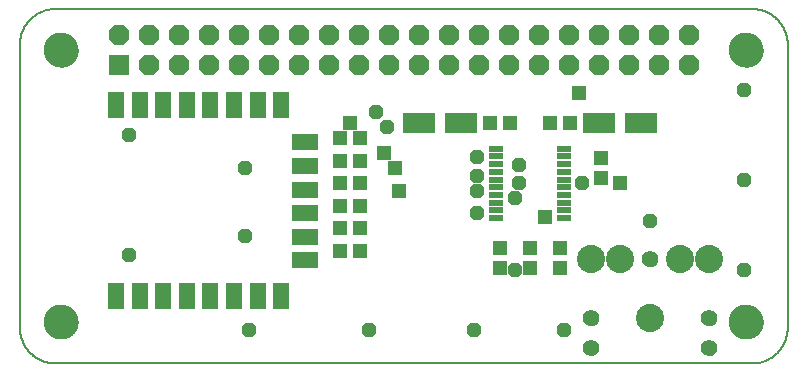
<source format=gts>
G75*
%MOIN*%
%OFA0B0*%
%FSLAX25Y25*%
%IPPOS*%
%LPD*%
%AMOC8*
5,1,8,0,0,1.08239X$1,22.5*
%
%ADD10C,0.00500*%
%ADD11C,0.00000*%
%ADD12C,0.11627*%
%ADD13R,0.06800X0.06800*%
%ADD14OC8,0.06800*%
%ADD15R,0.04700X0.02000*%
%ADD16R,0.05524X0.08674*%
%ADD17R,0.08674X0.05524*%
%ADD18C,0.09400*%
%ADD19C,0.05524*%
%ADD20R,0.04737X0.05131*%
%ADD21R,0.05131X0.04737*%
%ADD22R,0.11036X0.07099*%
%ADD23OC8,0.04762*%
%ADD24R,0.04762X0.04762*%
D10*
X0016811Y0011991D02*
X0249094Y0011991D01*
X0249379Y0011994D01*
X0249665Y0012005D01*
X0249950Y0012022D01*
X0250234Y0012046D01*
X0250518Y0012077D01*
X0250801Y0012115D01*
X0251082Y0012160D01*
X0251363Y0012211D01*
X0251643Y0012269D01*
X0251921Y0012334D01*
X0252197Y0012406D01*
X0252471Y0012484D01*
X0252744Y0012569D01*
X0253014Y0012661D01*
X0253282Y0012759D01*
X0253548Y0012863D01*
X0253811Y0012974D01*
X0254071Y0013091D01*
X0254329Y0013214D01*
X0254583Y0013344D01*
X0254834Y0013480D01*
X0255082Y0013621D01*
X0255326Y0013769D01*
X0255567Y0013922D01*
X0255803Y0014082D01*
X0256036Y0014247D01*
X0256265Y0014417D01*
X0256490Y0014593D01*
X0256710Y0014775D01*
X0256926Y0014961D01*
X0257137Y0015153D01*
X0257344Y0015350D01*
X0257546Y0015552D01*
X0257743Y0015759D01*
X0257935Y0015970D01*
X0258121Y0016186D01*
X0258303Y0016406D01*
X0258479Y0016631D01*
X0258649Y0016860D01*
X0258814Y0017093D01*
X0258974Y0017329D01*
X0259127Y0017570D01*
X0259275Y0017814D01*
X0259416Y0018062D01*
X0259552Y0018313D01*
X0259682Y0018567D01*
X0259805Y0018825D01*
X0259922Y0019085D01*
X0260033Y0019348D01*
X0260137Y0019614D01*
X0260235Y0019882D01*
X0260327Y0020152D01*
X0260412Y0020425D01*
X0260490Y0020699D01*
X0260562Y0020975D01*
X0260627Y0021253D01*
X0260685Y0021533D01*
X0260736Y0021814D01*
X0260781Y0022095D01*
X0260819Y0022378D01*
X0260850Y0022662D01*
X0260874Y0022946D01*
X0260891Y0023231D01*
X0260902Y0023517D01*
X0260905Y0023802D01*
X0260906Y0023802D02*
X0260906Y0118290D01*
X0260905Y0118290D02*
X0260902Y0118575D01*
X0260891Y0118861D01*
X0260874Y0119146D01*
X0260850Y0119430D01*
X0260819Y0119714D01*
X0260781Y0119997D01*
X0260736Y0120278D01*
X0260685Y0120559D01*
X0260627Y0120839D01*
X0260562Y0121117D01*
X0260490Y0121393D01*
X0260412Y0121667D01*
X0260327Y0121940D01*
X0260235Y0122210D01*
X0260137Y0122478D01*
X0260033Y0122744D01*
X0259922Y0123007D01*
X0259805Y0123267D01*
X0259682Y0123525D01*
X0259552Y0123779D01*
X0259416Y0124030D01*
X0259275Y0124278D01*
X0259127Y0124522D01*
X0258974Y0124763D01*
X0258814Y0124999D01*
X0258649Y0125232D01*
X0258479Y0125461D01*
X0258303Y0125686D01*
X0258121Y0125906D01*
X0257935Y0126122D01*
X0257743Y0126333D01*
X0257546Y0126540D01*
X0257344Y0126742D01*
X0257137Y0126939D01*
X0256926Y0127131D01*
X0256710Y0127317D01*
X0256490Y0127499D01*
X0256265Y0127675D01*
X0256036Y0127845D01*
X0255803Y0128010D01*
X0255567Y0128170D01*
X0255326Y0128323D01*
X0255082Y0128471D01*
X0254834Y0128612D01*
X0254583Y0128748D01*
X0254329Y0128878D01*
X0254071Y0129001D01*
X0253811Y0129118D01*
X0253548Y0129229D01*
X0253282Y0129333D01*
X0253014Y0129431D01*
X0252744Y0129523D01*
X0252471Y0129608D01*
X0252197Y0129686D01*
X0251921Y0129758D01*
X0251643Y0129823D01*
X0251363Y0129881D01*
X0251082Y0129932D01*
X0250801Y0129977D01*
X0250518Y0130015D01*
X0250234Y0130046D01*
X0249950Y0130070D01*
X0249665Y0130087D01*
X0249379Y0130098D01*
X0249094Y0130101D01*
X0016811Y0130101D01*
X0016526Y0130098D01*
X0016240Y0130087D01*
X0015955Y0130070D01*
X0015671Y0130046D01*
X0015387Y0130015D01*
X0015104Y0129977D01*
X0014823Y0129932D01*
X0014542Y0129881D01*
X0014262Y0129823D01*
X0013984Y0129758D01*
X0013708Y0129686D01*
X0013434Y0129608D01*
X0013161Y0129523D01*
X0012891Y0129431D01*
X0012623Y0129333D01*
X0012357Y0129229D01*
X0012094Y0129118D01*
X0011834Y0129001D01*
X0011576Y0128878D01*
X0011322Y0128748D01*
X0011071Y0128612D01*
X0010823Y0128471D01*
X0010579Y0128323D01*
X0010338Y0128170D01*
X0010102Y0128010D01*
X0009869Y0127845D01*
X0009640Y0127675D01*
X0009415Y0127499D01*
X0009195Y0127317D01*
X0008979Y0127131D01*
X0008768Y0126939D01*
X0008561Y0126742D01*
X0008359Y0126540D01*
X0008162Y0126333D01*
X0007970Y0126122D01*
X0007784Y0125906D01*
X0007602Y0125686D01*
X0007426Y0125461D01*
X0007256Y0125232D01*
X0007091Y0124999D01*
X0006931Y0124763D01*
X0006778Y0124522D01*
X0006630Y0124278D01*
X0006489Y0124030D01*
X0006353Y0123779D01*
X0006223Y0123525D01*
X0006100Y0123267D01*
X0005983Y0123007D01*
X0005872Y0122744D01*
X0005768Y0122478D01*
X0005670Y0122210D01*
X0005578Y0121940D01*
X0005493Y0121667D01*
X0005415Y0121393D01*
X0005343Y0121117D01*
X0005278Y0120839D01*
X0005220Y0120559D01*
X0005169Y0120278D01*
X0005124Y0119997D01*
X0005086Y0119714D01*
X0005055Y0119430D01*
X0005031Y0119146D01*
X0005014Y0118861D01*
X0005003Y0118575D01*
X0005000Y0118290D01*
X0005000Y0023802D01*
X0005003Y0023517D01*
X0005014Y0023231D01*
X0005031Y0022946D01*
X0005055Y0022662D01*
X0005086Y0022378D01*
X0005124Y0022095D01*
X0005169Y0021814D01*
X0005220Y0021533D01*
X0005278Y0021253D01*
X0005343Y0020975D01*
X0005415Y0020699D01*
X0005493Y0020425D01*
X0005578Y0020152D01*
X0005670Y0019882D01*
X0005768Y0019614D01*
X0005872Y0019348D01*
X0005983Y0019085D01*
X0006100Y0018825D01*
X0006223Y0018567D01*
X0006353Y0018313D01*
X0006489Y0018062D01*
X0006630Y0017814D01*
X0006778Y0017570D01*
X0006931Y0017329D01*
X0007091Y0017093D01*
X0007256Y0016860D01*
X0007426Y0016631D01*
X0007602Y0016406D01*
X0007784Y0016186D01*
X0007970Y0015970D01*
X0008162Y0015759D01*
X0008359Y0015552D01*
X0008561Y0015350D01*
X0008768Y0015153D01*
X0008979Y0014961D01*
X0009195Y0014775D01*
X0009415Y0014593D01*
X0009640Y0014417D01*
X0009869Y0014247D01*
X0010102Y0014082D01*
X0010338Y0013922D01*
X0010579Y0013769D01*
X0010823Y0013621D01*
X0011071Y0013480D01*
X0011322Y0013344D01*
X0011576Y0013214D01*
X0011834Y0013091D01*
X0012094Y0012974D01*
X0012357Y0012863D01*
X0012623Y0012759D01*
X0012891Y0012661D01*
X0013161Y0012569D01*
X0013434Y0012484D01*
X0013708Y0012406D01*
X0013984Y0012334D01*
X0014262Y0012269D01*
X0014542Y0012211D01*
X0014823Y0012160D01*
X0015104Y0012115D01*
X0015387Y0012077D01*
X0015671Y0012046D01*
X0015955Y0012022D01*
X0016240Y0012005D01*
X0016526Y0011994D01*
X0016811Y0011991D01*
D11*
X0013367Y0025770D02*
X0013369Y0025917D01*
X0013375Y0026063D01*
X0013385Y0026209D01*
X0013399Y0026355D01*
X0013417Y0026501D01*
X0013438Y0026646D01*
X0013464Y0026790D01*
X0013494Y0026934D01*
X0013527Y0027076D01*
X0013564Y0027218D01*
X0013605Y0027359D01*
X0013650Y0027498D01*
X0013699Y0027637D01*
X0013751Y0027774D01*
X0013808Y0027909D01*
X0013867Y0028043D01*
X0013931Y0028175D01*
X0013998Y0028305D01*
X0014068Y0028434D01*
X0014142Y0028561D01*
X0014219Y0028685D01*
X0014300Y0028808D01*
X0014384Y0028928D01*
X0014471Y0029046D01*
X0014561Y0029161D01*
X0014654Y0029274D01*
X0014751Y0029385D01*
X0014850Y0029493D01*
X0014952Y0029598D01*
X0015057Y0029700D01*
X0015165Y0029799D01*
X0015276Y0029896D01*
X0015389Y0029989D01*
X0015504Y0030079D01*
X0015622Y0030166D01*
X0015742Y0030250D01*
X0015865Y0030331D01*
X0015989Y0030408D01*
X0016116Y0030482D01*
X0016245Y0030552D01*
X0016375Y0030619D01*
X0016507Y0030683D01*
X0016641Y0030742D01*
X0016776Y0030799D01*
X0016913Y0030851D01*
X0017052Y0030900D01*
X0017191Y0030945D01*
X0017332Y0030986D01*
X0017474Y0031023D01*
X0017616Y0031056D01*
X0017760Y0031086D01*
X0017904Y0031112D01*
X0018049Y0031133D01*
X0018195Y0031151D01*
X0018341Y0031165D01*
X0018487Y0031175D01*
X0018633Y0031181D01*
X0018780Y0031183D01*
X0018927Y0031181D01*
X0019073Y0031175D01*
X0019219Y0031165D01*
X0019365Y0031151D01*
X0019511Y0031133D01*
X0019656Y0031112D01*
X0019800Y0031086D01*
X0019944Y0031056D01*
X0020086Y0031023D01*
X0020228Y0030986D01*
X0020369Y0030945D01*
X0020508Y0030900D01*
X0020647Y0030851D01*
X0020784Y0030799D01*
X0020919Y0030742D01*
X0021053Y0030683D01*
X0021185Y0030619D01*
X0021315Y0030552D01*
X0021444Y0030482D01*
X0021571Y0030408D01*
X0021695Y0030331D01*
X0021818Y0030250D01*
X0021938Y0030166D01*
X0022056Y0030079D01*
X0022171Y0029989D01*
X0022284Y0029896D01*
X0022395Y0029799D01*
X0022503Y0029700D01*
X0022608Y0029598D01*
X0022710Y0029493D01*
X0022809Y0029385D01*
X0022906Y0029274D01*
X0022999Y0029161D01*
X0023089Y0029046D01*
X0023176Y0028928D01*
X0023260Y0028808D01*
X0023341Y0028685D01*
X0023418Y0028561D01*
X0023492Y0028434D01*
X0023562Y0028305D01*
X0023629Y0028175D01*
X0023693Y0028043D01*
X0023752Y0027909D01*
X0023809Y0027774D01*
X0023861Y0027637D01*
X0023910Y0027498D01*
X0023955Y0027359D01*
X0023996Y0027218D01*
X0024033Y0027076D01*
X0024066Y0026934D01*
X0024096Y0026790D01*
X0024122Y0026646D01*
X0024143Y0026501D01*
X0024161Y0026355D01*
X0024175Y0026209D01*
X0024185Y0026063D01*
X0024191Y0025917D01*
X0024193Y0025770D01*
X0024191Y0025623D01*
X0024185Y0025477D01*
X0024175Y0025331D01*
X0024161Y0025185D01*
X0024143Y0025039D01*
X0024122Y0024894D01*
X0024096Y0024750D01*
X0024066Y0024606D01*
X0024033Y0024464D01*
X0023996Y0024322D01*
X0023955Y0024181D01*
X0023910Y0024042D01*
X0023861Y0023903D01*
X0023809Y0023766D01*
X0023752Y0023631D01*
X0023693Y0023497D01*
X0023629Y0023365D01*
X0023562Y0023235D01*
X0023492Y0023106D01*
X0023418Y0022979D01*
X0023341Y0022855D01*
X0023260Y0022732D01*
X0023176Y0022612D01*
X0023089Y0022494D01*
X0022999Y0022379D01*
X0022906Y0022266D01*
X0022809Y0022155D01*
X0022710Y0022047D01*
X0022608Y0021942D01*
X0022503Y0021840D01*
X0022395Y0021741D01*
X0022284Y0021644D01*
X0022171Y0021551D01*
X0022056Y0021461D01*
X0021938Y0021374D01*
X0021818Y0021290D01*
X0021695Y0021209D01*
X0021571Y0021132D01*
X0021444Y0021058D01*
X0021315Y0020988D01*
X0021185Y0020921D01*
X0021053Y0020857D01*
X0020919Y0020798D01*
X0020784Y0020741D01*
X0020647Y0020689D01*
X0020508Y0020640D01*
X0020369Y0020595D01*
X0020228Y0020554D01*
X0020086Y0020517D01*
X0019944Y0020484D01*
X0019800Y0020454D01*
X0019656Y0020428D01*
X0019511Y0020407D01*
X0019365Y0020389D01*
X0019219Y0020375D01*
X0019073Y0020365D01*
X0018927Y0020359D01*
X0018780Y0020357D01*
X0018633Y0020359D01*
X0018487Y0020365D01*
X0018341Y0020375D01*
X0018195Y0020389D01*
X0018049Y0020407D01*
X0017904Y0020428D01*
X0017760Y0020454D01*
X0017616Y0020484D01*
X0017474Y0020517D01*
X0017332Y0020554D01*
X0017191Y0020595D01*
X0017052Y0020640D01*
X0016913Y0020689D01*
X0016776Y0020741D01*
X0016641Y0020798D01*
X0016507Y0020857D01*
X0016375Y0020921D01*
X0016245Y0020988D01*
X0016116Y0021058D01*
X0015989Y0021132D01*
X0015865Y0021209D01*
X0015742Y0021290D01*
X0015622Y0021374D01*
X0015504Y0021461D01*
X0015389Y0021551D01*
X0015276Y0021644D01*
X0015165Y0021741D01*
X0015057Y0021840D01*
X0014952Y0021942D01*
X0014850Y0022047D01*
X0014751Y0022155D01*
X0014654Y0022266D01*
X0014561Y0022379D01*
X0014471Y0022494D01*
X0014384Y0022612D01*
X0014300Y0022732D01*
X0014219Y0022855D01*
X0014142Y0022979D01*
X0014068Y0023106D01*
X0013998Y0023235D01*
X0013931Y0023365D01*
X0013867Y0023497D01*
X0013808Y0023631D01*
X0013751Y0023766D01*
X0013699Y0023903D01*
X0013650Y0024042D01*
X0013605Y0024181D01*
X0013564Y0024322D01*
X0013527Y0024464D01*
X0013494Y0024606D01*
X0013464Y0024750D01*
X0013438Y0024894D01*
X0013417Y0025039D01*
X0013399Y0025185D01*
X0013385Y0025331D01*
X0013375Y0025477D01*
X0013369Y0025623D01*
X0013367Y0025770D01*
X0013367Y0116321D02*
X0013369Y0116468D01*
X0013375Y0116614D01*
X0013385Y0116760D01*
X0013399Y0116906D01*
X0013417Y0117052D01*
X0013438Y0117197D01*
X0013464Y0117341D01*
X0013494Y0117485D01*
X0013527Y0117627D01*
X0013564Y0117769D01*
X0013605Y0117910D01*
X0013650Y0118049D01*
X0013699Y0118188D01*
X0013751Y0118325D01*
X0013808Y0118460D01*
X0013867Y0118594D01*
X0013931Y0118726D01*
X0013998Y0118856D01*
X0014068Y0118985D01*
X0014142Y0119112D01*
X0014219Y0119236D01*
X0014300Y0119359D01*
X0014384Y0119479D01*
X0014471Y0119597D01*
X0014561Y0119712D01*
X0014654Y0119825D01*
X0014751Y0119936D01*
X0014850Y0120044D01*
X0014952Y0120149D01*
X0015057Y0120251D01*
X0015165Y0120350D01*
X0015276Y0120447D01*
X0015389Y0120540D01*
X0015504Y0120630D01*
X0015622Y0120717D01*
X0015742Y0120801D01*
X0015865Y0120882D01*
X0015989Y0120959D01*
X0016116Y0121033D01*
X0016245Y0121103D01*
X0016375Y0121170D01*
X0016507Y0121234D01*
X0016641Y0121293D01*
X0016776Y0121350D01*
X0016913Y0121402D01*
X0017052Y0121451D01*
X0017191Y0121496D01*
X0017332Y0121537D01*
X0017474Y0121574D01*
X0017616Y0121607D01*
X0017760Y0121637D01*
X0017904Y0121663D01*
X0018049Y0121684D01*
X0018195Y0121702D01*
X0018341Y0121716D01*
X0018487Y0121726D01*
X0018633Y0121732D01*
X0018780Y0121734D01*
X0018927Y0121732D01*
X0019073Y0121726D01*
X0019219Y0121716D01*
X0019365Y0121702D01*
X0019511Y0121684D01*
X0019656Y0121663D01*
X0019800Y0121637D01*
X0019944Y0121607D01*
X0020086Y0121574D01*
X0020228Y0121537D01*
X0020369Y0121496D01*
X0020508Y0121451D01*
X0020647Y0121402D01*
X0020784Y0121350D01*
X0020919Y0121293D01*
X0021053Y0121234D01*
X0021185Y0121170D01*
X0021315Y0121103D01*
X0021444Y0121033D01*
X0021571Y0120959D01*
X0021695Y0120882D01*
X0021818Y0120801D01*
X0021938Y0120717D01*
X0022056Y0120630D01*
X0022171Y0120540D01*
X0022284Y0120447D01*
X0022395Y0120350D01*
X0022503Y0120251D01*
X0022608Y0120149D01*
X0022710Y0120044D01*
X0022809Y0119936D01*
X0022906Y0119825D01*
X0022999Y0119712D01*
X0023089Y0119597D01*
X0023176Y0119479D01*
X0023260Y0119359D01*
X0023341Y0119236D01*
X0023418Y0119112D01*
X0023492Y0118985D01*
X0023562Y0118856D01*
X0023629Y0118726D01*
X0023693Y0118594D01*
X0023752Y0118460D01*
X0023809Y0118325D01*
X0023861Y0118188D01*
X0023910Y0118049D01*
X0023955Y0117910D01*
X0023996Y0117769D01*
X0024033Y0117627D01*
X0024066Y0117485D01*
X0024096Y0117341D01*
X0024122Y0117197D01*
X0024143Y0117052D01*
X0024161Y0116906D01*
X0024175Y0116760D01*
X0024185Y0116614D01*
X0024191Y0116468D01*
X0024193Y0116321D01*
X0024191Y0116174D01*
X0024185Y0116028D01*
X0024175Y0115882D01*
X0024161Y0115736D01*
X0024143Y0115590D01*
X0024122Y0115445D01*
X0024096Y0115301D01*
X0024066Y0115157D01*
X0024033Y0115015D01*
X0023996Y0114873D01*
X0023955Y0114732D01*
X0023910Y0114593D01*
X0023861Y0114454D01*
X0023809Y0114317D01*
X0023752Y0114182D01*
X0023693Y0114048D01*
X0023629Y0113916D01*
X0023562Y0113786D01*
X0023492Y0113657D01*
X0023418Y0113530D01*
X0023341Y0113406D01*
X0023260Y0113283D01*
X0023176Y0113163D01*
X0023089Y0113045D01*
X0022999Y0112930D01*
X0022906Y0112817D01*
X0022809Y0112706D01*
X0022710Y0112598D01*
X0022608Y0112493D01*
X0022503Y0112391D01*
X0022395Y0112292D01*
X0022284Y0112195D01*
X0022171Y0112102D01*
X0022056Y0112012D01*
X0021938Y0111925D01*
X0021818Y0111841D01*
X0021695Y0111760D01*
X0021571Y0111683D01*
X0021444Y0111609D01*
X0021315Y0111539D01*
X0021185Y0111472D01*
X0021053Y0111408D01*
X0020919Y0111349D01*
X0020784Y0111292D01*
X0020647Y0111240D01*
X0020508Y0111191D01*
X0020369Y0111146D01*
X0020228Y0111105D01*
X0020086Y0111068D01*
X0019944Y0111035D01*
X0019800Y0111005D01*
X0019656Y0110979D01*
X0019511Y0110958D01*
X0019365Y0110940D01*
X0019219Y0110926D01*
X0019073Y0110916D01*
X0018927Y0110910D01*
X0018780Y0110908D01*
X0018633Y0110910D01*
X0018487Y0110916D01*
X0018341Y0110926D01*
X0018195Y0110940D01*
X0018049Y0110958D01*
X0017904Y0110979D01*
X0017760Y0111005D01*
X0017616Y0111035D01*
X0017474Y0111068D01*
X0017332Y0111105D01*
X0017191Y0111146D01*
X0017052Y0111191D01*
X0016913Y0111240D01*
X0016776Y0111292D01*
X0016641Y0111349D01*
X0016507Y0111408D01*
X0016375Y0111472D01*
X0016245Y0111539D01*
X0016116Y0111609D01*
X0015989Y0111683D01*
X0015865Y0111760D01*
X0015742Y0111841D01*
X0015622Y0111925D01*
X0015504Y0112012D01*
X0015389Y0112102D01*
X0015276Y0112195D01*
X0015165Y0112292D01*
X0015057Y0112391D01*
X0014952Y0112493D01*
X0014850Y0112598D01*
X0014751Y0112706D01*
X0014654Y0112817D01*
X0014561Y0112930D01*
X0014471Y0113045D01*
X0014384Y0113163D01*
X0014300Y0113283D01*
X0014219Y0113406D01*
X0014142Y0113530D01*
X0014068Y0113657D01*
X0013998Y0113786D01*
X0013931Y0113916D01*
X0013867Y0114048D01*
X0013808Y0114182D01*
X0013751Y0114317D01*
X0013699Y0114454D01*
X0013650Y0114593D01*
X0013605Y0114732D01*
X0013564Y0114873D01*
X0013527Y0115015D01*
X0013494Y0115157D01*
X0013464Y0115301D01*
X0013438Y0115445D01*
X0013417Y0115590D01*
X0013399Y0115736D01*
X0013385Y0115882D01*
X0013375Y0116028D01*
X0013369Y0116174D01*
X0013367Y0116321D01*
X0192953Y0026991D02*
X0192955Y0027088D01*
X0192961Y0027185D01*
X0192971Y0027281D01*
X0192985Y0027377D01*
X0193003Y0027473D01*
X0193024Y0027567D01*
X0193050Y0027661D01*
X0193079Y0027753D01*
X0193113Y0027844D01*
X0193149Y0027934D01*
X0193190Y0028022D01*
X0193234Y0028108D01*
X0193282Y0028193D01*
X0193333Y0028275D01*
X0193387Y0028356D01*
X0193445Y0028434D01*
X0193506Y0028509D01*
X0193569Y0028582D01*
X0193636Y0028653D01*
X0193706Y0028720D01*
X0193778Y0028785D01*
X0193853Y0028846D01*
X0193931Y0028905D01*
X0194010Y0028960D01*
X0194092Y0029012D01*
X0194176Y0029060D01*
X0194262Y0029105D01*
X0194350Y0029147D01*
X0194439Y0029185D01*
X0194530Y0029219D01*
X0194622Y0029249D01*
X0194715Y0029276D01*
X0194810Y0029298D01*
X0194905Y0029317D01*
X0195001Y0029332D01*
X0195097Y0029343D01*
X0195194Y0029350D01*
X0195291Y0029353D01*
X0195388Y0029352D01*
X0195485Y0029347D01*
X0195581Y0029338D01*
X0195677Y0029325D01*
X0195773Y0029308D01*
X0195868Y0029287D01*
X0195961Y0029263D01*
X0196054Y0029234D01*
X0196146Y0029202D01*
X0196236Y0029166D01*
X0196324Y0029127D01*
X0196411Y0029083D01*
X0196496Y0029037D01*
X0196579Y0028986D01*
X0196660Y0028933D01*
X0196738Y0028876D01*
X0196815Y0028816D01*
X0196888Y0028753D01*
X0196959Y0028687D01*
X0197027Y0028618D01*
X0197093Y0028546D01*
X0197155Y0028472D01*
X0197214Y0028395D01*
X0197270Y0028316D01*
X0197323Y0028234D01*
X0197373Y0028151D01*
X0197418Y0028065D01*
X0197461Y0027978D01*
X0197500Y0027889D01*
X0197535Y0027799D01*
X0197566Y0027707D01*
X0197593Y0027614D01*
X0197617Y0027520D01*
X0197637Y0027425D01*
X0197653Y0027329D01*
X0197665Y0027233D01*
X0197673Y0027136D01*
X0197677Y0027039D01*
X0197677Y0026943D01*
X0197673Y0026846D01*
X0197665Y0026749D01*
X0197653Y0026653D01*
X0197637Y0026557D01*
X0197617Y0026462D01*
X0197593Y0026368D01*
X0197566Y0026275D01*
X0197535Y0026183D01*
X0197500Y0026093D01*
X0197461Y0026004D01*
X0197418Y0025917D01*
X0197373Y0025831D01*
X0197323Y0025748D01*
X0197270Y0025666D01*
X0197214Y0025587D01*
X0197155Y0025510D01*
X0197093Y0025436D01*
X0197027Y0025364D01*
X0196959Y0025295D01*
X0196888Y0025229D01*
X0196815Y0025166D01*
X0196738Y0025106D01*
X0196660Y0025049D01*
X0196579Y0024996D01*
X0196496Y0024945D01*
X0196411Y0024899D01*
X0196324Y0024855D01*
X0196236Y0024816D01*
X0196146Y0024780D01*
X0196054Y0024748D01*
X0195961Y0024719D01*
X0195868Y0024695D01*
X0195773Y0024674D01*
X0195677Y0024657D01*
X0195581Y0024644D01*
X0195485Y0024635D01*
X0195388Y0024630D01*
X0195291Y0024629D01*
X0195194Y0024632D01*
X0195097Y0024639D01*
X0195001Y0024650D01*
X0194905Y0024665D01*
X0194810Y0024684D01*
X0194715Y0024706D01*
X0194622Y0024733D01*
X0194530Y0024763D01*
X0194439Y0024797D01*
X0194350Y0024835D01*
X0194262Y0024877D01*
X0194176Y0024922D01*
X0194092Y0024970D01*
X0194010Y0025022D01*
X0193931Y0025077D01*
X0193853Y0025136D01*
X0193778Y0025197D01*
X0193706Y0025262D01*
X0193636Y0025329D01*
X0193569Y0025400D01*
X0193506Y0025473D01*
X0193445Y0025548D01*
X0193387Y0025626D01*
X0193333Y0025707D01*
X0193282Y0025789D01*
X0193234Y0025874D01*
X0193190Y0025960D01*
X0193149Y0026048D01*
X0193113Y0026138D01*
X0193079Y0026229D01*
X0193050Y0026321D01*
X0193024Y0026415D01*
X0193003Y0026509D01*
X0192985Y0026605D01*
X0192971Y0026701D01*
X0192961Y0026797D01*
X0192955Y0026894D01*
X0192953Y0026991D01*
X0192953Y0017148D02*
X0192955Y0017245D01*
X0192961Y0017342D01*
X0192971Y0017438D01*
X0192985Y0017534D01*
X0193003Y0017630D01*
X0193024Y0017724D01*
X0193050Y0017818D01*
X0193079Y0017910D01*
X0193113Y0018001D01*
X0193149Y0018091D01*
X0193190Y0018179D01*
X0193234Y0018265D01*
X0193282Y0018350D01*
X0193333Y0018432D01*
X0193387Y0018513D01*
X0193445Y0018591D01*
X0193506Y0018666D01*
X0193569Y0018739D01*
X0193636Y0018810D01*
X0193706Y0018877D01*
X0193778Y0018942D01*
X0193853Y0019003D01*
X0193931Y0019062D01*
X0194010Y0019117D01*
X0194092Y0019169D01*
X0194176Y0019217D01*
X0194262Y0019262D01*
X0194350Y0019304D01*
X0194439Y0019342D01*
X0194530Y0019376D01*
X0194622Y0019406D01*
X0194715Y0019433D01*
X0194810Y0019455D01*
X0194905Y0019474D01*
X0195001Y0019489D01*
X0195097Y0019500D01*
X0195194Y0019507D01*
X0195291Y0019510D01*
X0195388Y0019509D01*
X0195485Y0019504D01*
X0195581Y0019495D01*
X0195677Y0019482D01*
X0195773Y0019465D01*
X0195868Y0019444D01*
X0195961Y0019420D01*
X0196054Y0019391D01*
X0196146Y0019359D01*
X0196236Y0019323D01*
X0196324Y0019284D01*
X0196411Y0019240D01*
X0196496Y0019194D01*
X0196579Y0019143D01*
X0196660Y0019090D01*
X0196738Y0019033D01*
X0196815Y0018973D01*
X0196888Y0018910D01*
X0196959Y0018844D01*
X0197027Y0018775D01*
X0197093Y0018703D01*
X0197155Y0018629D01*
X0197214Y0018552D01*
X0197270Y0018473D01*
X0197323Y0018391D01*
X0197373Y0018308D01*
X0197418Y0018222D01*
X0197461Y0018135D01*
X0197500Y0018046D01*
X0197535Y0017956D01*
X0197566Y0017864D01*
X0197593Y0017771D01*
X0197617Y0017677D01*
X0197637Y0017582D01*
X0197653Y0017486D01*
X0197665Y0017390D01*
X0197673Y0017293D01*
X0197677Y0017196D01*
X0197677Y0017100D01*
X0197673Y0017003D01*
X0197665Y0016906D01*
X0197653Y0016810D01*
X0197637Y0016714D01*
X0197617Y0016619D01*
X0197593Y0016525D01*
X0197566Y0016432D01*
X0197535Y0016340D01*
X0197500Y0016250D01*
X0197461Y0016161D01*
X0197418Y0016074D01*
X0197373Y0015988D01*
X0197323Y0015905D01*
X0197270Y0015823D01*
X0197214Y0015744D01*
X0197155Y0015667D01*
X0197093Y0015593D01*
X0197027Y0015521D01*
X0196959Y0015452D01*
X0196888Y0015386D01*
X0196815Y0015323D01*
X0196738Y0015263D01*
X0196660Y0015206D01*
X0196579Y0015153D01*
X0196496Y0015102D01*
X0196411Y0015056D01*
X0196324Y0015012D01*
X0196236Y0014973D01*
X0196146Y0014937D01*
X0196054Y0014905D01*
X0195961Y0014876D01*
X0195868Y0014852D01*
X0195773Y0014831D01*
X0195677Y0014814D01*
X0195581Y0014801D01*
X0195485Y0014792D01*
X0195388Y0014787D01*
X0195291Y0014786D01*
X0195194Y0014789D01*
X0195097Y0014796D01*
X0195001Y0014807D01*
X0194905Y0014822D01*
X0194810Y0014841D01*
X0194715Y0014863D01*
X0194622Y0014890D01*
X0194530Y0014920D01*
X0194439Y0014954D01*
X0194350Y0014992D01*
X0194262Y0015034D01*
X0194176Y0015079D01*
X0194092Y0015127D01*
X0194010Y0015179D01*
X0193931Y0015234D01*
X0193853Y0015293D01*
X0193778Y0015354D01*
X0193706Y0015419D01*
X0193636Y0015486D01*
X0193569Y0015557D01*
X0193506Y0015630D01*
X0193445Y0015705D01*
X0193387Y0015783D01*
X0193333Y0015864D01*
X0193282Y0015946D01*
X0193234Y0016031D01*
X0193190Y0016117D01*
X0193149Y0016205D01*
X0193113Y0016295D01*
X0193079Y0016386D01*
X0193050Y0016478D01*
X0193024Y0016572D01*
X0193003Y0016666D01*
X0192985Y0016762D01*
X0192971Y0016858D01*
X0192961Y0016954D01*
X0192955Y0017051D01*
X0192953Y0017148D01*
X0232323Y0017148D02*
X0232325Y0017245D01*
X0232331Y0017342D01*
X0232341Y0017438D01*
X0232355Y0017534D01*
X0232373Y0017630D01*
X0232394Y0017724D01*
X0232420Y0017818D01*
X0232449Y0017910D01*
X0232483Y0018001D01*
X0232519Y0018091D01*
X0232560Y0018179D01*
X0232604Y0018265D01*
X0232652Y0018350D01*
X0232703Y0018432D01*
X0232757Y0018513D01*
X0232815Y0018591D01*
X0232876Y0018666D01*
X0232939Y0018739D01*
X0233006Y0018810D01*
X0233076Y0018877D01*
X0233148Y0018942D01*
X0233223Y0019003D01*
X0233301Y0019062D01*
X0233380Y0019117D01*
X0233462Y0019169D01*
X0233546Y0019217D01*
X0233632Y0019262D01*
X0233720Y0019304D01*
X0233809Y0019342D01*
X0233900Y0019376D01*
X0233992Y0019406D01*
X0234085Y0019433D01*
X0234180Y0019455D01*
X0234275Y0019474D01*
X0234371Y0019489D01*
X0234467Y0019500D01*
X0234564Y0019507D01*
X0234661Y0019510D01*
X0234758Y0019509D01*
X0234855Y0019504D01*
X0234951Y0019495D01*
X0235047Y0019482D01*
X0235143Y0019465D01*
X0235238Y0019444D01*
X0235331Y0019420D01*
X0235424Y0019391D01*
X0235516Y0019359D01*
X0235606Y0019323D01*
X0235694Y0019284D01*
X0235781Y0019240D01*
X0235866Y0019194D01*
X0235949Y0019143D01*
X0236030Y0019090D01*
X0236108Y0019033D01*
X0236185Y0018973D01*
X0236258Y0018910D01*
X0236329Y0018844D01*
X0236397Y0018775D01*
X0236463Y0018703D01*
X0236525Y0018629D01*
X0236584Y0018552D01*
X0236640Y0018473D01*
X0236693Y0018391D01*
X0236743Y0018308D01*
X0236788Y0018222D01*
X0236831Y0018135D01*
X0236870Y0018046D01*
X0236905Y0017956D01*
X0236936Y0017864D01*
X0236963Y0017771D01*
X0236987Y0017677D01*
X0237007Y0017582D01*
X0237023Y0017486D01*
X0237035Y0017390D01*
X0237043Y0017293D01*
X0237047Y0017196D01*
X0237047Y0017100D01*
X0237043Y0017003D01*
X0237035Y0016906D01*
X0237023Y0016810D01*
X0237007Y0016714D01*
X0236987Y0016619D01*
X0236963Y0016525D01*
X0236936Y0016432D01*
X0236905Y0016340D01*
X0236870Y0016250D01*
X0236831Y0016161D01*
X0236788Y0016074D01*
X0236743Y0015988D01*
X0236693Y0015905D01*
X0236640Y0015823D01*
X0236584Y0015744D01*
X0236525Y0015667D01*
X0236463Y0015593D01*
X0236397Y0015521D01*
X0236329Y0015452D01*
X0236258Y0015386D01*
X0236185Y0015323D01*
X0236108Y0015263D01*
X0236030Y0015206D01*
X0235949Y0015153D01*
X0235866Y0015102D01*
X0235781Y0015056D01*
X0235694Y0015012D01*
X0235606Y0014973D01*
X0235516Y0014937D01*
X0235424Y0014905D01*
X0235331Y0014876D01*
X0235238Y0014852D01*
X0235143Y0014831D01*
X0235047Y0014814D01*
X0234951Y0014801D01*
X0234855Y0014792D01*
X0234758Y0014787D01*
X0234661Y0014786D01*
X0234564Y0014789D01*
X0234467Y0014796D01*
X0234371Y0014807D01*
X0234275Y0014822D01*
X0234180Y0014841D01*
X0234085Y0014863D01*
X0233992Y0014890D01*
X0233900Y0014920D01*
X0233809Y0014954D01*
X0233720Y0014992D01*
X0233632Y0015034D01*
X0233546Y0015079D01*
X0233462Y0015127D01*
X0233380Y0015179D01*
X0233301Y0015234D01*
X0233223Y0015293D01*
X0233148Y0015354D01*
X0233076Y0015419D01*
X0233006Y0015486D01*
X0232939Y0015557D01*
X0232876Y0015630D01*
X0232815Y0015705D01*
X0232757Y0015783D01*
X0232703Y0015864D01*
X0232652Y0015946D01*
X0232604Y0016031D01*
X0232560Y0016117D01*
X0232519Y0016205D01*
X0232483Y0016295D01*
X0232449Y0016386D01*
X0232420Y0016478D01*
X0232394Y0016572D01*
X0232373Y0016666D01*
X0232355Y0016762D01*
X0232341Y0016858D01*
X0232331Y0016954D01*
X0232325Y0017051D01*
X0232323Y0017148D01*
X0241713Y0025770D02*
X0241715Y0025917D01*
X0241721Y0026063D01*
X0241731Y0026209D01*
X0241745Y0026355D01*
X0241763Y0026501D01*
X0241784Y0026646D01*
X0241810Y0026790D01*
X0241840Y0026934D01*
X0241873Y0027076D01*
X0241910Y0027218D01*
X0241951Y0027359D01*
X0241996Y0027498D01*
X0242045Y0027637D01*
X0242097Y0027774D01*
X0242154Y0027909D01*
X0242213Y0028043D01*
X0242277Y0028175D01*
X0242344Y0028305D01*
X0242414Y0028434D01*
X0242488Y0028561D01*
X0242565Y0028685D01*
X0242646Y0028808D01*
X0242730Y0028928D01*
X0242817Y0029046D01*
X0242907Y0029161D01*
X0243000Y0029274D01*
X0243097Y0029385D01*
X0243196Y0029493D01*
X0243298Y0029598D01*
X0243403Y0029700D01*
X0243511Y0029799D01*
X0243622Y0029896D01*
X0243735Y0029989D01*
X0243850Y0030079D01*
X0243968Y0030166D01*
X0244088Y0030250D01*
X0244211Y0030331D01*
X0244335Y0030408D01*
X0244462Y0030482D01*
X0244591Y0030552D01*
X0244721Y0030619D01*
X0244853Y0030683D01*
X0244987Y0030742D01*
X0245122Y0030799D01*
X0245259Y0030851D01*
X0245398Y0030900D01*
X0245537Y0030945D01*
X0245678Y0030986D01*
X0245820Y0031023D01*
X0245962Y0031056D01*
X0246106Y0031086D01*
X0246250Y0031112D01*
X0246395Y0031133D01*
X0246541Y0031151D01*
X0246687Y0031165D01*
X0246833Y0031175D01*
X0246979Y0031181D01*
X0247126Y0031183D01*
X0247273Y0031181D01*
X0247419Y0031175D01*
X0247565Y0031165D01*
X0247711Y0031151D01*
X0247857Y0031133D01*
X0248002Y0031112D01*
X0248146Y0031086D01*
X0248290Y0031056D01*
X0248432Y0031023D01*
X0248574Y0030986D01*
X0248715Y0030945D01*
X0248854Y0030900D01*
X0248993Y0030851D01*
X0249130Y0030799D01*
X0249265Y0030742D01*
X0249399Y0030683D01*
X0249531Y0030619D01*
X0249661Y0030552D01*
X0249790Y0030482D01*
X0249917Y0030408D01*
X0250041Y0030331D01*
X0250164Y0030250D01*
X0250284Y0030166D01*
X0250402Y0030079D01*
X0250517Y0029989D01*
X0250630Y0029896D01*
X0250741Y0029799D01*
X0250849Y0029700D01*
X0250954Y0029598D01*
X0251056Y0029493D01*
X0251155Y0029385D01*
X0251252Y0029274D01*
X0251345Y0029161D01*
X0251435Y0029046D01*
X0251522Y0028928D01*
X0251606Y0028808D01*
X0251687Y0028685D01*
X0251764Y0028561D01*
X0251838Y0028434D01*
X0251908Y0028305D01*
X0251975Y0028175D01*
X0252039Y0028043D01*
X0252098Y0027909D01*
X0252155Y0027774D01*
X0252207Y0027637D01*
X0252256Y0027498D01*
X0252301Y0027359D01*
X0252342Y0027218D01*
X0252379Y0027076D01*
X0252412Y0026934D01*
X0252442Y0026790D01*
X0252468Y0026646D01*
X0252489Y0026501D01*
X0252507Y0026355D01*
X0252521Y0026209D01*
X0252531Y0026063D01*
X0252537Y0025917D01*
X0252539Y0025770D01*
X0252537Y0025623D01*
X0252531Y0025477D01*
X0252521Y0025331D01*
X0252507Y0025185D01*
X0252489Y0025039D01*
X0252468Y0024894D01*
X0252442Y0024750D01*
X0252412Y0024606D01*
X0252379Y0024464D01*
X0252342Y0024322D01*
X0252301Y0024181D01*
X0252256Y0024042D01*
X0252207Y0023903D01*
X0252155Y0023766D01*
X0252098Y0023631D01*
X0252039Y0023497D01*
X0251975Y0023365D01*
X0251908Y0023235D01*
X0251838Y0023106D01*
X0251764Y0022979D01*
X0251687Y0022855D01*
X0251606Y0022732D01*
X0251522Y0022612D01*
X0251435Y0022494D01*
X0251345Y0022379D01*
X0251252Y0022266D01*
X0251155Y0022155D01*
X0251056Y0022047D01*
X0250954Y0021942D01*
X0250849Y0021840D01*
X0250741Y0021741D01*
X0250630Y0021644D01*
X0250517Y0021551D01*
X0250402Y0021461D01*
X0250284Y0021374D01*
X0250164Y0021290D01*
X0250041Y0021209D01*
X0249917Y0021132D01*
X0249790Y0021058D01*
X0249661Y0020988D01*
X0249531Y0020921D01*
X0249399Y0020857D01*
X0249265Y0020798D01*
X0249130Y0020741D01*
X0248993Y0020689D01*
X0248854Y0020640D01*
X0248715Y0020595D01*
X0248574Y0020554D01*
X0248432Y0020517D01*
X0248290Y0020484D01*
X0248146Y0020454D01*
X0248002Y0020428D01*
X0247857Y0020407D01*
X0247711Y0020389D01*
X0247565Y0020375D01*
X0247419Y0020365D01*
X0247273Y0020359D01*
X0247126Y0020357D01*
X0246979Y0020359D01*
X0246833Y0020365D01*
X0246687Y0020375D01*
X0246541Y0020389D01*
X0246395Y0020407D01*
X0246250Y0020428D01*
X0246106Y0020454D01*
X0245962Y0020484D01*
X0245820Y0020517D01*
X0245678Y0020554D01*
X0245537Y0020595D01*
X0245398Y0020640D01*
X0245259Y0020689D01*
X0245122Y0020741D01*
X0244987Y0020798D01*
X0244853Y0020857D01*
X0244721Y0020921D01*
X0244591Y0020988D01*
X0244462Y0021058D01*
X0244335Y0021132D01*
X0244211Y0021209D01*
X0244088Y0021290D01*
X0243968Y0021374D01*
X0243850Y0021461D01*
X0243735Y0021551D01*
X0243622Y0021644D01*
X0243511Y0021741D01*
X0243403Y0021840D01*
X0243298Y0021942D01*
X0243196Y0022047D01*
X0243097Y0022155D01*
X0243000Y0022266D01*
X0242907Y0022379D01*
X0242817Y0022494D01*
X0242730Y0022612D01*
X0242646Y0022732D01*
X0242565Y0022855D01*
X0242488Y0022979D01*
X0242414Y0023106D01*
X0242344Y0023235D01*
X0242277Y0023365D01*
X0242213Y0023497D01*
X0242154Y0023631D01*
X0242097Y0023766D01*
X0242045Y0023903D01*
X0241996Y0024042D01*
X0241951Y0024181D01*
X0241910Y0024322D01*
X0241873Y0024464D01*
X0241840Y0024606D01*
X0241810Y0024750D01*
X0241784Y0024894D01*
X0241763Y0025039D01*
X0241745Y0025185D01*
X0241731Y0025331D01*
X0241721Y0025477D01*
X0241715Y0025623D01*
X0241713Y0025770D01*
X0232323Y0026991D02*
X0232325Y0027088D01*
X0232331Y0027185D01*
X0232341Y0027281D01*
X0232355Y0027377D01*
X0232373Y0027473D01*
X0232394Y0027567D01*
X0232420Y0027661D01*
X0232449Y0027753D01*
X0232483Y0027844D01*
X0232519Y0027934D01*
X0232560Y0028022D01*
X0232604Y0028108D01*
X0232652Y0028193D01*
X0232703Y0028275D01*
X0232757Y0028356D01*
X0232815Y0028434D01*
X0232876Y0028509D01*
X0232939Y0028582D01*
X0233006Y0028653D01*
X0233076Y0028720D01*
X0233148Y0028785D01*
X0233223Y0028846D01*
X0233301Y0028905D01*
X0233380Y0028960D01*
X0233462Y0029012D01*
X0233546Y0029060D01*
X0233632Y0029105D01*
X0233720Y0029147D01*
X0233809Y0029185D01*
X0233900Y0029219D01*
X0233992Y0029249D01*
X0234085Y0029276D01*
X0234180Y0029298D01*
X0234275Y0029317D01*
X0234371Y0029332D01*
X0234467Y0029343D01*
X0234564Y0029350D01*
X0234661Y0029353D01*
X0234758Y0029352D01*
X0234855Y0029347D01*
X0234951Y0029338D01*
X0235047Y0029325D01*
X0235143Y0029308D01*
X0235238Y0029287D01*
X0235331Y0029263D01*
X0235424Y0029234D01*
X0235516Y0029202D01*
X0235606Y0029166D01*
X0235694Y0029127D01*
X0235781Y0029083D01*
X0235866Y0029037D01*
X0235949Y0028986D01*
X0236030Y0028933D01*
X0236108Y0028876D01*
X0236185Y0028816D01*
X0236258Y0028753D01*
X0236329Y0028687D01*
X0236397Y0028618D01*
X0236463Y0028546D01*
X0236525Y0028472D01*
X0236584Y0028395D01*
X0236640Y0028316D01*
X0236693Y0028234D01*
X0236743Y0028151D01*
X0236788Y0028065D01*
X0236831Y0027978D01*
X0236870Y0027889D01*
X0236905Y0027799D01*
X0236936Y0027707D01*
X0236963Y0027614D01*
X0236987Y0027520D01*
X0237007Y0027425D01*
X0237023Y0027329D01*
X0237035Y0027233D01*
X0237043Y0027136D01*
X0237047Y0027039D01*
X0237047Y0026943D01*
X0237043Y0026846D01*
X0237035Y0026749D01*
X0237023Y0026653D01*
X0237007Y0026557D01*
X0236987Y0026462D01*
X0236963Y0026368D01*
X0236936Y0026275D01*
X0236905Y0026183D01*
X0236870Y0026093D01*
X0236831Y0026004D01*
X0236788Y0025917D01*
X0236743Y0025831D01*
X0236693Y0025748D01*
X0236640Y0025666D01*
X0236584Y0025587D01*
X0236525Y0025510D01*
X0236463Y0025436D01*
X0236397Y0025364D01*
X0236329Y0025295D01*
X0236258Y0025229D01*
X0236185Y0025166D01*
X0236108Y0025106D01*
X0236030Y0025049D01*
X0235949Y0024996D01*
X0235866Y0024945D01*
X0235781Y0024899D01*
X0235694Y0024855D01*
X0235606Y0024816D01*
X0235516Y0024780D01*
X0235424Y0024748D01*
X0235331Y0024719D01*
X0235238Y0024695D01*
X0235143Y0024674D01*
X0235047Y0024657D01*
X0234951Y0024644D01*
X0234855Y0024635D01*
X0234758Y0024630D01*
X0234661Y0024629D01*
X0234564Y0024632D01*
X0234467Y0024639D01*
X0234371Y0024650D01*
X0234275Y0024665D01*
X0234180Y0024684D01*
X0234085Y0024706D01*
X0233992Y0024733D01*
X0233900Y0024763D01*
X0233809Y0024797D01*
X0233720Y0024835D01*
X0233632Y0024877D01*
X0233546Y0024922D01*
X0233462Y0024970D01*
X0233380Y0025022D01*
X0233301Y0025077D01*
X0233223Y0025136D01*
X0233148Y0025197D01*
X0233076Y0025262D01*
X0233006Y0025329D01*
X0232939Y0025400D01*
X0232876Y0025473D01*
X0232815Y0025548D01*
X0232757Y0025626D01*
X0232703Y0025707D01*
X0232652Y0025789D01*
X0232604Y0025874D01*
X0232560Y0025960D01*
X0232519Y0026048D01*
X0232483Y0026138D01*
X0232449Y0026229D01*
X0232420Y0026321D01*
X0232394Y0026415D01*
X0232373Y0026509D01*
X0232355Y0026605D01*
X0232341Y0026701D01*
X0232331Y0026797D01*
X0232325Y0026894D01*
X0232323Y0026991D01*
X0212638Y0046676D02*
X0212640Y0046773D01*
X0212646Y0046870D01*
X0212656Y0046966D01*
X0212670Y0047062D01*
X0212688Y0047158D01*
X0212709Y0047252D01*
X0212735Y0047346D01*
X0212764Y0047438D01*
X0212798Y0047529D01*
X0212834Y0047619D01*
X0212875Y0047707D01*
X0212919Y0047793D01*
X0212967Y0047878D01*
X0213018Y0047960D01*
X0213072Y0048041D01*
X0213130Y0048119D01*
X0213191Y0048194D01*
X0213254Y0048267D01*
X0213321Y0048338D01*
X0213391Y0048405D01*
X0213463Y0048470D01*
X0213538Y0048531D01*
X0213616Y0048590D01*
X0213695Y0048645D01*
X0213777Y0048697D01*
X0213861Y0048745D01*
X0213947Y0048790D01*
X0214035Y0048832D01*
X0214124Y0048870D01*
X0214215Y0048904D01*
X0214307Y0048934D01*
X0214400Y0048961D01*
X0214495Y0048983D01*
X0214590Y0049002D01*
X0214686Y0049017D01*
X0214782Y0049028D01*
X0214879Y0049035D01*
X0214976Y0049038D01*
X0215073Y0049037D01*
X0215170Y0049032D01*
X0215266Y0049023D01*
X0215362Y0049010D01*
X0215458Y0048993D01*
X0215553Y0048972D01*
X0215646Y0048948D01*
X0215739Y0048919D01*
X0215831Y0048887D01*
X0215921Y0048851D01*
X0216009Y0048812D01*
X0216096Y0048768D01*
X0216181Y0048722D01*
X0216264Y0048671D01*
X0216345Y0048618D01*
X0216423Y0048561D01*
X0216500Y0048501D01*
X0216573Y0048438D01*
X0216644Y0048372D01*
X0216712Y0048303D01*
X0216778Y0048231D01*
X0216840Y0048157D01*
X0216899Y0048080D01*
X0216955Y0048001D01*
X0217008Y0047919D01*
X0217058Y0047836D01*
X0217103Y0047750D01*
X0217146Y0047663D01*
X0217185Y0047574D01*
X0217220Y0047484D01*
X0217251Y0047392D01*
X0217278Y0047299D01*
X0217302Y0047205D01*
X0217322Y0047110D01*
X0217338Y0047014D01*
X0217350Y0046918D01*
X0217358Y0046821D01*
X0217362Y0046724D01*
X0217362Y0046628D01*
X0217358Y0046531D01*
X0217350Y0046434D01*
X0217338Y0046338D01*
X0217322Y0046242D01*
X0217302Y0046147D01*
X0217278Y0046053D01*
X0217251Y0045960D01*
X0217220Y0045868D01*
X0217185Y0045778D01*
X0217146Y0045689D01*
X0217103Y0045602D01*
X0217058Y0045516D01*
X0217008Y0045433D01*
X0216955Y0045351D01*
X0216899Y0045272D01*
X0216840Y0045195D01*
X0216778Y0045121D01*
X0216712Y0045049D01*
X0216644Y0044980D01*
X0216573Y0044914D01*
X0216500Y0044851D01*
X0216423Y0044791D01*
X0216345Y0044734D01*
X0216264Y0044681D01*
X0216181Y0044630D01*
X0216096Y0044584D01*
X0216009Y0044540D01*
X0215921Y0044501D01*
X0215831Y0044465D01*
X0215739Y0044433D01*
X0215646Y0044404D01*
X0215553Y0044380D01*
X0215458Y0044359D01*
X0215362Y0044342D01*
X0215266Y0044329D01*
X0215170Y0044320D01*
X0215073Y0044315D01*
X0214976Y0044314D01*
X0214879Y0044317D01*
X0214782Y0044324D01*
X0214686Y0044335D01*
X0214590Y0044350D01*
X0214495Y0044369D01*
X0214400Y0044391D01*
X0214307Y0044418D01*
X0214215Y0044448D01*
X0214124Y0044482D01*
X0214035Y0044520D01*
X0213947Y0044562D01*
X0213861Y0044607D01*
X0213777Y0044655D01*
X0213695Y0044707D01*
X0213616Y0044762D01*
X0213538Y0044821D01*
X0213463Y0044882D01*
X0213391Y0044947D01*
X0213321Y0045014D01*
X0213254Y0045085D01*
X0213191Y0045158D01*
X0213130Y0045233D01*
X0213072Y0045311D01*
X0213018Y0045392D01*
X0212967Y0045474D01*
X0212919Y0045559D01*
X0212875Y0045645D01*
X0212834Y0045733D01*
X0212798Y0045823D01*
X0212764Y0045914D01*
X0212735Y0046006D01*
X0212709Y0046100D01*
X0212688Y0046194D01*
X0212670Y0046290D01*
X0212656Y0046386D01*
X0212646Y0046482D01*
X0212640Y0046579D01*
X0212638Y0046676D01*
X0241713Y0116321D02*
X0241715Y0116468D01*
X0241721Y0116614D01*
X0241731Y0116760D01*
X0241745Y0116906D01*
X0241763Y0117052D01*
X0241784Y0117197D01*
X0241810Y0117341D01*
X0241840Y0117485D01*
X0241873Y0117627D01*
X0241910Y0117769D01*
X0241951Y0117910D01*
X0241996Y0118049D01*
X0242045Y0118188D01*
X0242097Y0118325D01*
X0242154Y0118460D01*
X0242213Y0118594D01*
X0242277Y0118726D01*
X0242344Y0118856D01*
X0242414Y0118985D01*
X0242488Y0119112D01*
X0242565Y0119236D01*
X0242646Y0119359D01*
X0242730Y0119479D01*
X0242817Y0119597D01*
X0242907Y0119712D01*
X0243000Y0119825D01*
X0243097Y0119936D01*
X0243196Y0120044D01*
X0243298Y0120149D01*
X0243403Y0120251D01*
X0243511Y0120350D01*
X0243622Y0120447D01*
X0243735Y0120540D01*
X0243850Y0120630D01*
X0243968Y0120717D01*
X0244088Y0120801D01*
X0244211Y0120882D01*
X0244335Y0120959D01*
X0244462Y0121033D01*
X0244591Y0121103D01*
X0244721Y0121170D01*
X0244853Y0121234D01*
X0244987Y0121293D01*
X0245122Y0121350D01*
X0245259Y0121402D01*
X0245398Y0121451D01*
X0245537Y0121496D01*
X0245678Y0121537D01*
X0245820Y0121574D01*
X0245962Y0121607D01*
X0246106Y0121637D01*
X0246250Y0121663D01*
X0246395Y0121684D01*
X0246541Y0121702D01*
X0246687Y0121716D01*
X0246833Y0121726D01*
X0246979Y0121732D01*
X0247126Y0121734D01*
X0247273Y0121732D01*
X0247419Y0121726D01*
X0247565Y0121716D01*
X0247711Y0121702D01*
X0247857Y0121684D01*
X0248002Y0121663D01*
X0248146Y0121637D01*
X0248290Y0121607D01*
X0248432Y0121574D01*
X0248574Y0121537D01*
X0248715Y0121496D01*
X0248854Y0121451D01*
X0248993Y0121402D01*
X0249130Y0121350D01*
X0249265Y0121293D01*
X0249399Y0121234D01*
X0249531Y0121170D01*
X0249661Y0121103D01*
X0249790Y0121033D01*
X0249917Y0120959D01*
X0250041Y0120882D01*
X0250164Y0120801D01*
X0250284Y0120717D01*
X0250402Y0120630D01*
X0250517Y0120540D01*
X0250630Y0120447D01*
X0250741Y0120350D01*
X0250849Y0120251D01*
X0250954Y0120149D01*
X0251056Y0120044D01*
X0251155Y0119936D01*
X0251252Y0119825D01*
X0251345Y0119712D01*
X0251435Y0119597D01*
X0251522Y0119479D01*
X0251606Y0119359D01*
X0251687Y0119236D01*
X0251764Y0119112D01*
X0251838Y0118985D01*
X0251908Y0118856D01*
X0251975Y0118726D01*
X0252039Y0118594D01*
X0252098Y0118460D01*
X0252155Y0118325D01*
X0252207Y0118188D01*
X0252256Y0118049D01*
X0252301Y0117910D01*
X0252342Y0117769D01*
X0252379Y0117627D01*
X0252412Y0117485D01*
X0252442Y0117341D01*
X0252468Y0117197D01*
X0252489Y0117052D01*
X0252507Y0116906D01*
X0252521Y0116760D01*
X0252531Y0116614D01*
X0252537Y0116468D01*
X0252539Y0116321D01*
X0252537Y0116174D01*
X0252531Y0116028D01*
X0252521Y0115882D01*
X0252507Y0115736D01*
X0252489Y0115590D01*
X0252468Y0115445D01*
X0252442Y0115301D01*
X0252412Y0115157D01*
X0252379Y0115015D01*
X0252342Y0114873D01*
X0252301Y0114732D01*
X0252256Y0114593D01*
X0252207Y0114454D01*
X0252155Y0114317D01*
X0252098Y0114182D01*
X0252039Y0114048D01*
X0251975Y0113916D01*
X0251908Y0113786D01*
X0251838Y0113657D01*
X0251764Y0113530D01*
X0251687Y0113406D01*
X0251606Y0113283D01*
X0251522Y0113163D01*
X0251435Y0113045D01*
X0251345Y0112930D01*
X0251252Y0112817D01*
X0251155Y0112706D01*
X0251056Y0112598D01*
X0250954Y0112493D01*
X0250849Y0112391D01*
X0250741Y0112292D01*
X0250630Y0112195D01*
X0250517Y0112102D01*
X0250402Y0112012D01*
X0250284Y0111925D01*
X0250164Y0111841D01*
X0250041Y0111760D01*
X0249917Y0111683D01*
X0249790Y0111609D01*
X0249661Y0111539D01*
X0249531Y0111472D01*
X0249399Y0111408D01*
X0249265Y0111349D01*
X0249130Y0111292D01*
X0248993Y0111240D01*
X0248854Y0111191D01*
X0248715Y0111146D01*
X0248574Y0111105D01*
X0248432Y0111068D01*
X0248290Y0111035D01*
X0248146Y0111005D01*
X0248002Y0110979D01*
X0247857Y0110958D01*
X0247711Y0110940D01*
X0247565Y0110926D01*
X0247419Y0110916D01*
X0247273Y0110910D01*
X0247126Y0110908D01*
X0246979Y0110910D01*
X0246833Y0110916D01*
X0246687Y0110926D01*
X0246541Y0110940D01*
X0246395Y0110958D01*
X0246250Y0110979D01*
X0246106Y0111005D01*
X0245962Y0111035D01*
X0245820Y0111068D01*
X0245678Y0111105D01*
X0245537Y0111146D01*
X0245398Y0111191D01*
X0245259Y0111240D01*
X0245122Y0111292D01*
X0244987Y0111349D01*
X0244853Y0111408D01*
X0244721Y0111472D01*
X0244591Y0111539D01*
X0244462Y0111609D01*
X0244335Y0111683D01*
X0244211Y0111760D01*
X0244088Y0111841D01*
X0243968Y0111925D01*
X0243850Y0112012D01*
X0243735Y0112102D01*
X0243622Y0112195D01*
X0243511Y0112292D01*
X0243403Y0112391D01*
X0243298Y0112493D01*
X0243196Y0112598D01*
X0243097Y0112706D01*
X0243000Y0112817D01*
X0242907Y0112930D01*
X0242817Y0113045D01*
X0242730Y0113163D01*
X0242646Y0113283D01*
X0242565Y0113406D01*
X0242488Y0113530D01*
X0242414Y0113657D01*
X0242344Y0113786D01*
X0242277Y0113916D01*
X0242213Y0114048D01*
X0242154Y0114182D01*
X0242097Y0114317D01*
X0242045Y0114454D01*
X0241996Y0114593D01*
X0241951Y0114732D01*
X0241910Y0114873D01*
X0241873Y0115015D01*
X0241840Y0115157D01*
X0241810Y0115301D01*
X0241784Y0115445D01*
X0241763Y0115590D01*
X0241745Y0115736D01*
X0241731Y0115882D01*
X0241721Y0116028D01*
X0241715Y0116174D01*
X0241713Y0116321D01*
D12*
X0247126Y0116321D03*
X0247126Y0025770D03*
X0018780Y0025770D03*
X0018780Y0116321D03*
D13*
X0037953Y0111361D03*
D14*
X0047953Y0111361D03*
X0057953Y0111361D03*
X0067953Y0111361D03*
X0077953Y0111361D03*
X0087953Y0111361D03*
X0097953Y0111361D03*
X0107953Y0111361D03*
X0117953Y0111361D03*
X0127953Y0111361D03*
X0137953Y0111361D03*
X0147953Y0111361D03*
X0157953Y0111361D03*
X0167953Y0111361D03*
X0177953Y0111361D03*
X0187953Y0111361D03*
X0197953Y0111361D03*
X0207953Y0111361D03*
X0217953Y0111361D03*
X0227953Y0111361D03*
X0227953Y0121361D03*
X0217953Y0121361D03*
X0207953Y0121361D03*
X0197953Y0121361D03*
X0187953Y0121361D03*
X0177953Y0121361D03*
X0167953Y0121361D03*
X0157953Y0121361D03*
X0147953Y0121361D03*
X0137953Y0121361D03*
X0127953Y0121361D03*
X0117953Y0121361D03*
X0107953Y0121361D03*
X0097953Y0121361D03*
X0087953Y0121361D03*
X0077953Y0121361D03*
X0067953Y0121361D03*
X0057953Y0121361D03*
X0047953Y0121361D03*
X0037953Y0121361D03*
D15*
X0163513Y0083506D03*
X0163513Y0080947D03*
X0163513Y0078388D03*
X0163513Y0075829D03*
X0163513Y0073270D03*
X0163513Y0070711D03*
X0163513Y0068152D03*
X0163513Y0065593D03*
X0163513Y0063034D03*
X0163513Y0060475D03*
X0186487Y0060475D03*
X0186487Y0063034D03*
X0186487Y0065593D03*
X0186487Y0068152D03*
X0186487Y0070711D03*
X0186487Y0073270D03*
X0186487Y0075829D03*
X0186487Y0078388D03*
X0186487Y0080947D03*
X0186487Y0083506D03*
D16*
X0092126Y0098270D03*
X0084252Y0098270D03*
X0076378Y0098270D03*
X0068504Y0098270D03*
X0060630Y0098270D03*
X0052756Y0098270D03*
X0044882Y0098270D03*
X0037008Y0098270D03*
X0037008Y0034491D03*
X0044882Y0034491D03*
X0052756Y0034491D03*
X0060630Y0034491D03*
X0068504Y0034491D03*
X0076378Y0034491D03*
X0084252Y0034491D03*
X0092126Y0034491D03*
D17*
X0100000Y0046302D03*
X0100000Y0054176D03*
X0100000Y0062050D03*
X0100000Y0069924D03*
X0100000Y0077798D03*
X0100000Y0085672D03*
D18*
X0195315Y0046676D03*
X0205157Y0046676D03*
X0224843Y0046676D03*
X0234685Y0046676D03*
X0215000Y0026991D03*
D19*
X0234685Y0026991D03*
X0234685Y0017148D03*
X0195315Y0017148D03*
X0195315Y0026991D03*
X0215000Y0046676D03*
D20*
X0198750Y0073644D03*
X0198750Y0080337D03*
X0118346Y0079491D03*
X0111654Y0079491D03*
X0111654Y0086991D03*
X0118346Y0086991D03*
X0118346Y0071991D03*
X0111654Y0071991D03*
X0111654Y0064491D03*
X0118346Y0064491D03*
X0118346Y0056991D03*
X0111654Y0056991D03*
X0111654Y0049491D03*
X0118346Y0049491D03*
D21*
X0165000Y0050337D03*
X0175000Y0050337D03*
X0185000Y0050337D03*
X0185000Y0043644D03*
X0175000Y0043644D03*
X0165000Y0043644D03*
X0161654Y0091991D03*
X0168346Y0091991D03*
X0181654Y0091991D03*
X0188346Y0091991D03*
D22*
X0197913Y0091991D03*
X0212087Y0091991D03*
X0152087Y0091991D03*
X0137913Y0091991D03*
D23*
X0127500Y0090741D03*
X0123750Y0095741D03*
X0157500Y0080741D03*
X0157500Y0074491D03*
X0157500Y0069491D03*
X0170000Y0066991D03*
X0171250Y0071991D03*
X0171250Y0078241D03*
X0192500Y0071991D03*
X0215000Y0059491D03*
X0246250Y0073241D03*
X0246250Y0103241D03*
X0157500Y0061991D03*
X0170000Y0043241D03*
X0156250Y0023241D03*
X0186250Y0023241D03*
X0246250Y0043241D03*
X0121250Y0023241D03*
X0081250Y0023241D03*
X0041250Y0048241D03*
X0080000Y0054491D03*
X0080000Y0076991D03*
X0041250Y0088241D03*
D24*
X0115000Y0091991D03*
X0126250Y0081991D03*
X0130000Y0076991D03*
X0131250Y0069491D03*
X0180000Y0060741D03*
X0205000Y0071991D03*
X0191250Y0101991D03*
M02*

</source>
